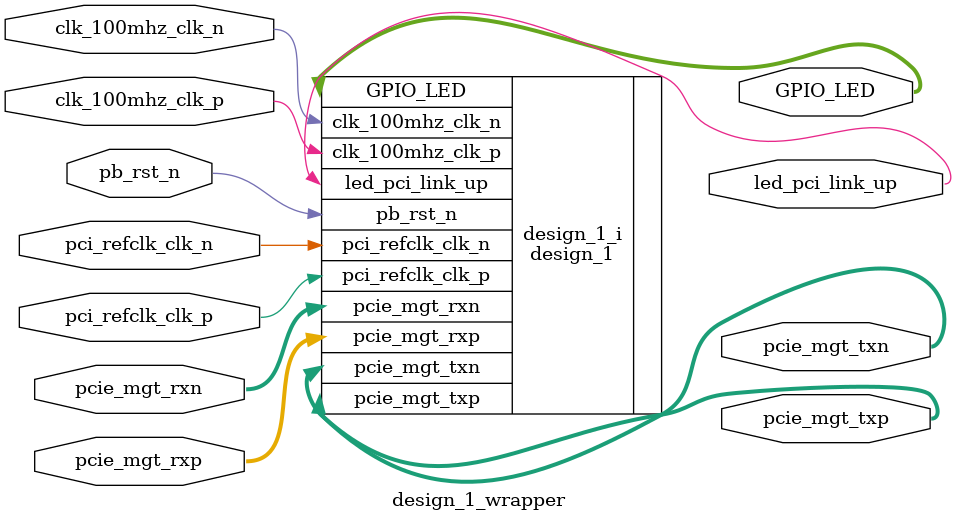
<source format=v>
`timescale 1 ps / 1 ps

module design_1_wrapper
   (GPIO_LED,
    clk_100mhz_clk_n,
    clk_100mhz_clk_p,
    led_pci_link_up,
    pb_rst_n,
    pci_refclk_clk_n,
    pci_refclk_clk_p,
    pcie_mgt_rxn,
    pcie_mgt_rxp,
    pcie_mgt_txn,
    pcie_mgt_txp);
  output [4:0]GPIO_LED;
  input [0:0]clk_100mhz_clk_n;
  input [0:0]clk_100mhz_clk_p;
  output led_pci_link_up;
  input pb_rst_n;
  input [0:0]pci_refclk_clk_n;
  input [0:0]pci_refclk_clk_p;
  input [15:0]pcie_mgt_rxn;
  input [15:0]pcie_mgt_rxp;
  output [15:0]pcie_mgt_txn;
  output [15:0]pcie_mgt_txp;

  wire [4:0]GPIO_LED;
  wire [0:0]clk_100mhz_clk_n;
  wire [0:0]clk_100mhz_clk_p;
  wire led_pci_link_up;
  wire pb_rst_n;
  wire [0:0]pci_refclk_clk_n;
  wire [0:0]pci_refclk_clk_p;
  wire [15:0]pcie_mgt_rxn;
  wire [15:0]pcie_mgt_rxp;
  wire [15:0]pcie_mgt_txn;
  wire [15:0]pcie_mgt_txp;

  design_1 design_1_i
       (.GPIO_LED(GPIO_LED),
        .clk_100mhz_clk_n(clk_100mhz_clk_n),
        .clk_100mhz_clk_p(clk_100mhz_clk_p),
        .led_pci_link_up(led_pci_link_up),
        .pb_rst_n(pb_rst_n),
        .pci_refclk_clk_n(pci_refclk_clk_n),
        .pci_refclk_clk_p(pci_refclk_clk_p),
        .pcie_mgt_rxn(pcie_mgt_rxn),
        .pcie_mgt_rxp(pcie_mgt_rxp),
        .pcie_mgt_txn(pcie_mgt_txn),
        .pcie_mgt_txp(pcie_mgt_txp));
endmodule

</source>
